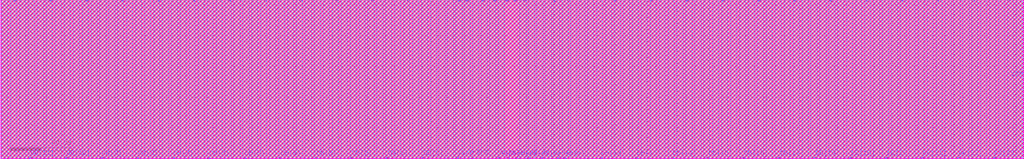
<source format=lef>
#     Copyright (c) 2022 SMIC                                                       
#     Filename:      RAM128.lef                                                   
#     IP code:       S018RF2P                                                         
#     Version:       0.2.b                                                        
#     CreateDate:    Mon Oct 31 21:44:19 CST 2022                                                     
                    
#    LEF for 2-PORT Register File                                                               
#    SMIC 0.18um G Logic Process                                                       
#    Configuration: -instname RAM128 -rows 32 -bits 24 -mux 4  



# DISCLAIMER                                                                           #
#                                                                                      #  
#   SMIC hereby provides the quality information to you but makes no claims,           #
# promises or guarantees about the accuracy, completeness, or adequacy of the          #
# information herein. The information contained herein is provided on an "AS IS"       #
# basis without any warranty, and SMIC assumes no obligation to provide support        #
# of any kind or otherwise maintain the information.                                   #  
#   SMIC disclaims any representation that the information does not infringe any       #
# intellectual property rights or proprietary rights of any third parties. SMIC        #
# makes no other warranty, whether express, implied or statutory as to any             #
# matter whatsoever, including but not limited to the accuracy or sufficiency of       #
# any information or the merchantability and fitness for a particular purpose.         #
# Neither SMIC nor any of its representatives shall be liable for any cause of         #
# action incurred to connect to this service.                                          #  
#                                                                                      #
# STATEMENT OF USE AND CONFIDENTIALITY                                                 #  
#                                                                                      #  
#   The following/attached material contains confidential and proprietary              #  
# information of SMIC. This material is based upon information which SMIC              #  
# considers reliable, but SMIC neither represents nor warrants that such               #
# information is accurate or complete, and it must not be relied upon as such.         #
# This information was prepared for informational purposes and is for the use          #
# by SMIC's customer only. SMIC reserves the right to make changes in the              #  
# information at any time without notice.                                              #  
#   No part of this information may be reproduced, transmitted, transcribed,           #  
# stored in a retrieval system, or translated into any human or computer               # 
# language, in any form or by any means, electronic, mechanical, magnetic,             #  
# optical, chemical, manual, or otherwise, without the prior written consent of        #
# SMIC. Any unauthorized use or disclosure of this material is strictly                #  
# prohibited and may be unlawful. By accepting this material, the receiving            #  
# party shall be deemed to have acknowledged, accepted, and agreed to be bound         #
# by the foregoing limitations and restrictions. Thank you.                            #  
#                                                                                      #  


MACRO RAM128
CLASS BLOCK ;
ORIGIN 0 0 ;
SIZE 665.14 BY 103.4 ;
SYMMETRY X Y R90 ;

PIN QA[11]
DIRECTION OUTPUT ;
USE SIGNAL ;
PORT
LAYER METAL1 ;
RECT 8.905 102.76 9.975 103.4 ;
LAYER METAL2 ;
RECT 8.905 102.76 9.975 103.4 ;
LAYER METAL3 ;
RECT 8.905 102.76 9.975 103.4 ;
END
ANTENNAGATEAREA 0.079 ;
ANTENNADIFFAREA 0.3738 ;
END QA[11]

PIN DB[11]
DIRECTION INPUT ;
USE SIGNAL ;
PORT
LAYER METAL1 ;
RECT 18.725 0.0 19.795 0.64 ;
LAYER METAL2 ;
RECT 18.725 0.0 19.795 0.64 ;
LAYER METAL3 ;
RECT 18.725 0.0 19.795 0.64 ;
END
ANTENNAGATEAREA 0.079 ;
ANTENNADIFFAREA 0.3738 ;
END DB[11]

PIN QA[10]
DIRECTION OUTPUT ;
USE SIGNAL ;
PORT
LAYER METAL1 ;
RECT 32.145 102.76 33.215 103.4 ;
LAYER METAL2 ;
RECT 32.145 102.76 33.215 103.4 ;
LAYER METAL3 ;
RECT 32.145 102.76 33.215 103.4 ;
END
ANTENNAGATEAREA 0.079 ;
ANTENNADIFFAREA 0.3738 ;
END QA[10]

PIN DB[10]
DIRECTION INPUT ;
USE SIGNAL ;
PORT
LAYER METAL1 ;
RECT 41.965 0.0 43.035 0.64 ;
LAYER METAL2 ;
RECT 41.965 0.0 43.035 0.64 ;
LAYER METAL3 ;
RECT 41.965 0.0 43.035 0.64 ;
END
ANTENNAGATEAREA 0.079 ;
ANTENNADIFFAREA 0.3738 ;
END DB[10]

PIN QA[9]
DIRECTION OUTPUT ;
USE SIGNAL ;
PORT
LAYER METAL1 ;
RECT 55.385 102.76 56.455 103.4 ;
LAYER METAL2 ;
RECT 55.385 102.76 56.455 103.4 ;
LAYER METAL3 ;
RECT 55.385 102.76 56.455 103.4 ;
END
ANTENNAGATEAREA 0.079 ;
ANTENNADIFFAREA 0.3738 ;
END QA[9]

PIN DB[9]
DIRECTION INPUT ;
USE SIGNAL ;
PORT
LAYER METAL1 ;
RECT 65.205 0.0 66.275 0.64 ;
LAYER METAL2 ;
RECT 65.205 0.0 66.275 0.64 ;
LAYER METAL3 ;
RECT 65.205 0.0 66.275 0.64 ;
END
ANTENNAGATEAREA 0.079 ;
ANTENNADIFFAREA 0.3738 ;
END DB[9]

PIN QA[8]
DIRECTION OUTPUT ;
USE SIGNAL ;
PORT
LAYER METAL1 ;
RECT 78.625 102.76 79.695 103.4 ;
LAYER METAL2 ;
RECT 78.625 102.76 79.695 103.4 ;
LAYER METAL3 ;
RECT 78.625 102.76 79.695 103.4 ;
END
ANTENNAGATEAREA 0.079 ;
ANTENNADIFFAREA 0.3738 ;
END QA[8]

PIN DB[8]
DIRECTION INPUT ;
USE SIGNAL ;
PORT
LAYER METAL1 ;
RECT 88.445 0.0 89.515 0.64 ;
LAYER METAL2 ;
RECT 88.445 0.0 89.515 0.64 ;
LAYER METAL3 ;
RECT 88.445 0.0 89.515 0.64 ;
END
ANTENNAGATEAREA 0.079 ;
ANTENNADIFFAREA 0.3738 ;
END DB[8]

PIN QA[7]
DIRECTION OUTPUT ;
USE SIGNAL ;
PORT
LAYER METAL1 ;
RECT 101.865 102.76 102.935 103.4 ;
LAYER METAL2 ;
RECT 101.865 102.76 102.935 103.4 ;
LAYER METAL3 ;
RECT 101.865 102.76 102.935 103.4 ;
END
ANTENNAGATEAREA 0.079 ;
ANTENNADIFFAREA 0.3738 ;
END QA[7]

PIN DB[7]
DIRECTION INPUT ;
USE SIGNAL ;
PORT
LAYER METAL1 ;
RECT 111.685 0.0 112.755 0.64 ;
LAYER METAL2 ;
RECT 111.685 0.0 112.755 0.64 ;
LAYER METAL3 ;
RECT 111.685 0.0 112.755 0.64 ;
END
ANTENNAGATEAREA 0.079 ;
ANTENNADIFFAREA 0.3738 ;
END DB[7]

PIN QA[6]
DIRECTION OUTPUT ;
USE SIGNAL ;
PORT
LAYER METAL1 ;
RECT 125.105 102.76 126.175 103.4 ;
LAYER METAL2 ;
RECT 125.105 102.76 126.175 103.4 ;
LAYER METAL3 ;
RECT 125.105 102.76 126.175 103.4 ;
END
ANTENNAGATEAREA 0.079 ;
ANTENNADIFFAREA 0.3738 ;
END QA[6]

PIN DB[6]
DIRECTION INPUT ;
USE SIGNAL ;
PORT
LAYER METAL1 ;
RECT 134.925 0.0 135.995 0.64 ;
LAYER METAL2 ;
RECT 134.925 0.0 135.995 0.64 ;
LAYER METAL3 ;
RECT 134.925 0.0 135.995 0.64 ;
END
ANTENNAGATEAREA 0.079 ;
ANTENNADIFFAREA 0.3738 ;
END DB[6]

PIN QA[5]
DIRECTION OUTPUT ;
USE SIGNAL ;
PORT
LAYER METAL1 ;
RECT 148.345 102.76 149.415 103.4 ;
LAYER METAL2 ;
RECT 148.345 102.76 149.415 103.4 ;
LAYER METAL3 ;
RECT 148.345 102.76 149.415 103.4 ;
END
ANTENNAGATEAREA 0.079 ;
ANTENNADIFFAREA 0.3738 ;
END QA[5]

PIN DB[5]
DIRECTION INPUT ;
USE SIGNAL ;
PORT
LAYER METAL1 ;
RECT 158.165 0.0 159.235 0.64 ;
LAYER METAL2 ;
RECT 158.165 0.0 159.235 0.64 ;
LAYER METAL3 ;
RECT 158.165 0.0 159.235 0.64 ;
END
ANTENNAGATEAREA 0.079 ;
ANTENNADIFFAREA 0.3738 ;
END DB[5]

PIN QA[4]
DIRECTION OUTPUT ;
USE SIGNAL ;
PORT
LAYER METAL1 ;
RECT 171.585 102.76 172.655 103.4 ;
LAYER METAL2 ;
RECT 171.585 102.76 172.655 103.4 ;
LAYER METAL3 ;
RECT 171.585 102.76 172.655 103.4 ;
END
ANTENNAGATEAREA 0.079 ;
ANTENNADIFFAREA 0.3738 ;
END QA[4]

PIN DB[4]
DIRECTION INPUT ;
USE SIGNAL ;
PORT
LAYER METAL1 ;
RECT 181.405 0.0 182.475 0.64 ;
LAYER METAL2 ;
RECT 181.405 0.0 182.475 0.64 ;
LAYER METAL3 ;
RECT 181.405 0.0 182.475 0.64 ;
END
ANTENNAGATEAREA 0.079 ;
ANTENNADIFFAREA 0.3738 ;
END DB[4]

PIN QA[3]
DIRECTION OUTPUT ;
USE SIGNAL ;
PORT
LAYER METAL1 ;
RECT 194.825 102.76 195.895 103.4 ;
LAYER METAL2 ;
RECT 194.825 102.76 195.895 103.4 ;
LAYER METAL3 ;
RECT 194.825 102.76 195.895 103.4 ;
END
ANTENNAGATEAREA 0.079 ;
ANTENNADIFFAREA 0.3738 ;
END QA[3]

PIN DB[3]
DIRECTION INPUT ;
USE SIGNAL ;
PORT
LAYER METAL1 ;
RECT 204.645 0.0 205.715 0.64 ;
LAYER METAL2 ;
RECT 204.645 0.0 205.715 0.64 ;
LAYER METAL3 ;
RECT 204.645 0.0 205.715 0.64 ;
END
ANTENNAGATEAREA 0.079 ;
ANTENNADIFFAREA 0.3738 ;
END DB[3]

PIN QA[2]
DIRECTION OUTPUT ;
USE SIGNAL ;
PORT
LAYER METAL1 ;
RECT 218.065 102.76 219.135 103.4 ;
LAYER METAL2 ;
RECT 218.065 102.76 219.135 103.4 ;
LAYER METAL3 ;
RECT 218.065 102.76 219.135 103.4 ;
END
ANTENNAGATEAREA 0.079 ;
ANTENNADIFFAREA 0.3738 ;
END QA[2]

PIN DB[2]
DIRECTION INPUT ;
USE SIGNAL ;
PORT
LAYER METAL1 ;
RECT 227.885 0.0 228.955 0.64 ;
LAYER METAL2 ;
RECT 227.885 0.0 228.955 0.64 ;
LAYER METAL3 ;
RECT 227.885 0.0 228.955 0.64 ;
END
ANTENNAGATEAREA 0.079 ;
ANTENNADIFFAREA 0.3738 ;
END DB[2]

PIN QA[1]
DIRECTION OUTPUT ;
USE SIGNAL ;
PORT
LAYER METAL1 ;
RECT 241.305 102.76 242.375 103.4 ;
LAYER METAL2 ;
RECT 241.305 102.76 242.375 103.4 ;
LAYER METAL3 ;
RECT 241.305 102.76 242.375 103.4 ;
END
ANTENNAGATEAREA 0.079 ;
ANTENNADIFFAREA 0.3738 ;
END QA[1]

PIN DB[1]
DIRECTION INPUT ;
USE SIGNAL ;
PORT
LAYER METAL1 ;
RECT 251.125 0.0 252.195 0.64 ;
LAYER METAL2 ;
RECT 251.125 0.0 252.195 0.64 ;
LAYER METAL3 ;
RECT 251.125 0.0 252.195 0.64 ;
END
ANTENNAGATEAREA 0.079 ;
ANTENNADIFFAREA 0.3738 ;
END DB[1]

PIN QA[0]
DIRECTION OUTPUT ;
USE SIGNAL ;
PORT
LAYER METAL1 ;
RECT 264.545 102.76 265.615 103.4 ;
LAYER METAL2 ;
RECT 264.545 102.76 265.615 103.4 ;
LAYER METAL3 ;
RECT 264.545 102.76 265.615 103.4 ;
END
ANTENNAGATEAREA 0.079 ;
ANTENNADIFFAREA 0.3738 ;
END QA[0]

PIN DB[0]
DIRECTION INPUT ;
USE SIGNAL ;
PORT
LAYER METAL1 ;
RECT 274.365 0.0 275.435 0.64 ;
LAYER METAL2 ;
RECT 274.365 0.0 275.435 0.64 ;
LAYER METAL3 ;
RECT 274.365 0.0 275.435 0.64 ;
END
ANTENNAGATEAREA 0.079 ;
ANTENNADIFFAREA 0.3738 ;
END DB[0]

PIN CLKB
DIRECTION INPUT ;
USE CLOCK ;
PORT
LAYER METAL1 ;
RECT 297.105 0.0 297.605 1.07 ;
LAYER METAL2 ;
RECT 297.105 0.0 297.605 1.07 ;
LAYER METAL3 ;
RECT 297.105 0.0 297.605 1.07 ;
END
ANTENNAGATEAREA 0.079 ;
ANTENNADIFFAREA 0.3738 ;
END CLKB

PIN AA[0]
DIRECTION INPUT ;
USE SIGNAL ;
PORT
LAYER METAL1 ;
RECT 297.655 102.76 298.905 103.4 ;
LAYER METAL2 ;
RECT 297.655 102.76 298.905 103.4 ;
LAYER METAL3 ;
RECT 297.655 102.76 298.905 103.4 ;
END
ANTENNAGATEAREA 0.079 ;
ANTENNADIFFAREA 0.3738 ;
END AA[0]

PIN AA[1]
DIRECTION INPUT ;
USE SIGNAL ;
PORT
LAYER METAL1 ;
RECT 302.505 102.76 303.755 103.4 ;
LAYER METAL2 ;
RECT 302.505 102.76 303.755 103.4 ;
LAYER METAL3 ;
RECT 302.505 102.76 303.755 103.4 ;
END
ANTENNAGATEAREA 0.079 ;
ANTENNADIFFAREA 0.3738 ;
END AA[1]

PIN CENB
DIRECTION INPUT ;
USE SIGNAL ;
PORT
LAYER METAL1 ;
RECT 306.72 0.0 307.22 1.07 ;
LAYER METAL2 ;
RECT 306.72 0.0 307.22 1.07 ;
LAYER METAL3 ;
RECT 306.72 0.0 307.22 1.07 ;
END
ANTENNAGATEAREA 0.079 ;
ANTENNADIFFAREA 0.3738 ;
END CENB

PIN AA[4]
DIRECTION INPUT ;
USE SIGNAL ;
PORT
LAYER METAL1 ;
RECT 312.875 102.76 314.525 103.4 ;
LAYER METAL2 ;
RECT 312.875 102.76 314.125 103.4 ;
LAYER METAL3 ;
RECT 312.875 102.76 314.125 103.4 ;
END
ANTENNAGATEAREA 0.079 ;
ANTENNADIFFAREA 0.3738 ;
END AA[4]

PIN AA[3]
DIRECTION INPUT ;
USE SIGNAL ;
PORT
LAYER METAL1 ;
RECT 320.815 102.76 322.465 103.4 ;
LAYER METAL2 ;
RECT 320.815 102.76 322.065 103.4 ;
LAYER METAL3 ;
RECT 320.815 102.76 322.065 103.4 ;
END
ANTENNAGATEAREA 0.079 ;
ANTENNADIFFAREA 0.3738 ;
END AA[3]

PIN AB[6]
DIRECTION INPUT ;
USE SIGNAL ;
PORT
LAYER METAL1 ;
RECT 323.45 0.0 325.015 0.64 ;
LAYER METAL2 ;
RECT 323.765 0.0 325.015 0.64 ;
LAYER METAL3 ;
RECT 323.765 0.0 325.015 0.64 ;
END
ANTENNAGATEAREA 0.079 ;
ANTENNADIFFAREA 0.3738 ;
END AB[6]

PIN AA[2]
DIRECTION INPUT ;
USE SIGNAL ;
PORT
LAYER METAL1 ;
RECT 328.755 102.76 330.405 103.4 ;
LAYER METAL2 ;
RECT 328.755 102.76 330.005 103.4 ;
LAYER METAL3 ;
RECT 328.755 102.76 330.005 103.4 ;
END
ANTENNAGATEAREA 0.079 ;
ANTENNADIFFAREA 0.3738 ;
END AA[2]

PIN AB[5]
DIRECTION INPUT ;
USE SIGNAL ;
PORT
LAYER METAL1 ;
RECT 329.21 0.0 330.775 0.64 ;
LAYER METAL2 ;
RECT 329.525 0.0 330.775 0.64 ;
LAYER METAL3 ;
RECT 329.525 0.0 330.775 0.64 ;
END
ANTENNAGATEAREA 0.079 ;
ANTENNADIFFAREA 0.3738 ;
END AB[5]

PIN AA[5]
DIRECTION INPUT ;
USE SIGNAL ;
PORT
LAYER METAL1 ;
RECT 334.365 102.76 335.93 103.4 ;
LAYER METAL2 ;
RECT 334.365 102.76 335.615 103.4 ;
LAYER METAL3 ;
RECT 334.365 102.76 335.615 103.4 ;
END
ANTENNAGATEAREA 0.079 ;
ANTENNADIFFAREA 0.3738 ;
END AA[5]

PIN AB[2]
DIRECTION INPUT ;
USE SIGNAL ;
PORT
LAYER METAL1 ;
RECT 334.735 0.0 336.385 0.64 ;
LAYER METAL2 ;
RECT 335.135 0.0 336.385 0.64 ;
LAYER METAL3 ;
RECT 335.135 0.0 336.385 0.64 ;
END
ANTENNAGATEAREA 0.079 ;
ANTENNADIFFAREA 0.3738 ;
END AB[2]

PIN AA[6]
DIRECTION INPUT ;
USE SIGNAL ;
PORT
LAYER METAL1 ;
RECT 340.125 102.76 341.69 103.4 ;
LAYER METAL2 ;
RECT 340.125 102.76 341.375 103.4 ;
LAYER METAL3 ;
RECT 340.125 102.76 341.375 103.4 ;
END
ANTENNAGATEAREA 0.079 ;
ANTENNADIFFAREA 0.3738 ;
END AA[6]

PIN AB[3]
DIRECTION INPUT ;
USE SIGNAL ;
PORT
LAYER METAL1 ;
RECT 342.675 0.0 344.325 0.64 ;
LAYER METAL2 ;
RECT 343.075 0.0 344.325 0.64 ;
LAYER METAL3 ;
RECT 343.075 0.0 344.325 0.64 ;
END
ANTENNAGATEAREA 0.079 ;
ANTENNADIFFAREA 0.3738 ;
END AB[3]

PIN AB[4]
DIRECTION INPUT ;
USE SIGNAL ;
PORT
LAYER METAL1 ;
RECT 350.615 0.0 352.265 0.64 ;
LAYER METAL2 ;
RECT 351.015 0.0 352.265 0.64 ;
LAYER METAL3 ;
RECT 351.015 0.0 352.265 0.64 ;
END
ANTENNAGATEAREA 0.079 ;
ANTENNADIFFAREA 0.3738 ;
END AB[4]

PIN CENA
DIRECTION INPUT ;
USE SIGNAL ;
PORT
LAYER METAL1 ;
RECT 359.765 102.33 360.265 103.4 ;
LAYER METAL2 ;
RECT 359.765 102.33 360.265 103.4 ;
LAYER METAL3 ;
RECT 359.765 102.33 360.265 103.4 ;
END
ANTENNAGATEAREA 0.079 ;
ANTENNADIFFAREA 0.3738 ;
END CENA

PIN AB[1]
DIRECTION INPUT ;
USE SIGNAL ;
PORT
LAYER METAL1 ;
RECT 361.385 0.0 362.635 0.64 ;
LAYER METAL2 ;
RECT 361.385 0.0 362.635 0.64 ;
LAYER METAL3 ;
RECT 361.385 0.0 362.635 0.64 ;
END
ANTENNAGATEAREA 0.079 ;
ANTENNADIFFAREA 0.3738 ;
END AB[1]

PIN AB[0]
DIRECTION INPUT ;
USE SIGNAL ;
PORT
LAYER METAL1 ;
RECT 366.235 0.0 367.485 0.64 ;
LAYER METAL2 ;
RECT 366.235 0.0 367.485 0.64 ;
LAYER METAL3 ;
RECT 366.235 0.0 367.485 0.64 ;
END
ANTENNAGATEAREA 0.079 ;
ANTENNADIFFAREA 0.3738 ;
END AB[0]

PIN CLKA
DIRECTION INPUT ;
USE CLOCK ;
PORT
LAYER METAL1 ;
RECT 369.17 102.33 369.67 103.4 ;
LAYER METAL2 ;
RECT 369.17 102.33 369.67 103.4 ;
LAYER METAL3 ;
RECT 369.17 102.33 369.67 103.4 ;
END
ANTENNAGATEAREA 0.079 ;
ANTENNADIFFAREA 0.3738 ;
END CLKA

PIN DB[12]
DIRECTION INPUT ;
USE SIGNAL ;
PORT
LAYER METAL1 ;
RECT 389.705 0.0 390.775 0.64 ;
LAYER METAL2 ;
RECT 389.705 0.0 390.775 0.64 ;
LAYER METAL3 ;
RECT 389.705 0.0 390.775 0.64 ;
END
ANTENNAGATEAREA 0.079 ;
ANTENNADIFFAREA 0.3738 ;
END DB[12]

PIN QA[12]
DIRECTION OUTPUT ;
USE SIGNAL ;
PORT
LAYER METAL1 ;
RECT 399.525 102.76 400.595 103.4 ;
LAYER METAL2 ;
RECT 399.525 102.76 400.595 103.4 ;
LAYER METAL3 ;
RECT 399.525 102.76 400.595 103.4 ;
END
ANTENNAGATEAREA 0.079 ;
ANTENNADIFFAREA 0.3738 ;
END QA[12]

PIN DB[13]
DIRECTION INPUT ;
USE SIGNAL ;
PORT
LAYER METAL1 ;
RECT 412.945 0.0 414.015 0.64 ;
LAYER METAL2 ;
RECT 412.945 0.0 414.015 0.64 ;
LAYER METAL3 ;
RECT 412.945 0.0 414.015 0.64 ;
END
ANTENNAGATEAREA 0.079 ;
ANTENNADIFFAREA 0.3738 ;
END DB[13]

PIN QA[13]
DIRECTION OUTPUT ;
USE SIGNAL ;
PORT
LAYER METAL1 ;
RECT 422.765 102.76 423.835 103.4 ;
LAYER METAL2 ;
RECT 422.765 102.76 423.835 103.4 ;
LAYER METAL3 ;
RECT 422.765 102.76 423.835 103.4 ;
END
ANTENNAGATEAREA 0.079 ;
ANTENNADIFFAREA 0.3738 ;
END QA[13]

PIN DB[14]
DIRECTION INPUT ;
USE SIGNAL ;
PORT
LAYER METAL1 ;
RECT 436.185 0.0 437.255 0.64 ;
LAYER METAL2 ;
RECT 436.185 0.0 437.255 0.64 ;
LAYER METAL3 ;
RECT 436.185 0.0 437.255 0.64 ;
END
ANTENNAGATEAREA 0.079 ;
ANTENNADIFFAREA 0.3738 ;
END DB[14]

PIN QA[14]
DIRECTION OUTPUT ;
USE SIGNAL ;
PORT
LAYER METAL1 ;
RECT 446.005 102.76 447.075 103.4 ;
LAYER METAL2 ;
RECT 446.005 102.76 447.075 103.4 ;
LAYER METAL3 ;
RECT 446.005 102.76 447.075 103.4 ;
END
ANTENNAGATEAREA 0.079 ;
ANTENNADIFFAREA 0.3738 ;
END QA[14]

PIN DB[15]
DIRECTION INPUT ;
USE SIGNAL ;
PORT
LAYER METAL1 ;
RECT 459.425 0.0 460.495 0.64 ;
LAYER METAL2 ;
RECT 459.425 0.0 460.495 0.64 ;
LAYER METAL3 ;
RECT 459.425 0.0 460.495 0.64 ;
END
ANTENNAGATEAREA 0.079 ;
ANTENNADIFFAREA 0.3738 ;
END DB[15]

PIN QA[15]
DIRECTION OUTPUT ;
USE SIGNAL ;
PORT
LAYER METAL1 ;
RECT 469.245 102.76 470.315 103.4 ;
LAYER METAL2 ;
RECT 469.245 102.76 470.315 103.4 ;
LAYER METAL3 ;
RECT 469.245 102.76 470.315 103.4 ;
END
ANTENNAGATEAREA 0.079 ;
ANTENNADIFFAREA 0.3738 ;
END QA[15]

PIN DB[16]
DIRECTION INPUT ;
USE SIGNAL ;
PORT
LAYER METAL1 ;
RECT 482.665 0.0 483.735 0.64 ;
LAYER METAL2 ;
RECT 482.665 0.0 483.735 0.64 ;
LAYER METAL3 ;
RECT 482.665 0.0 483.735 0.64 ;
END
ANTENNAGATEAREA 0.079 ;
ANTENNADIFFAREA 0.3738 ;
END DB[16]

PIN QA[16]
DIRECTION OUTPUT ;
USE SIGNAL ;
PORT
LAYER METAL1 ;
RECT 492.485 102.76 493.555 103.4 ;
LAYER METAL2 ;
RECT 492.485 102.76 493.555 103.4 ;
LAYER METAL3 ;
RECT 492.485 102.76 493.555 103.4 ;
END
ANTENNAGATEAREA 0.079 ;
ANTENNADIFFAREA 0.3738 ;
END QA[16]

PIN DB[17]
DIRECTION INPUT ;
USE SIGNAL ;
PORT
LAYER METAL1 ;
RECT 505.905 0.0 506.975 0.64 ;
LAYER METAL2 ;
RECT 505.905 0.0 506.975 0.64 ;
LAYER METAL3 ;
RECT 505.905 0.0 506.975 0.64 ;
END
ANTENNAGATEAREA 0.079 ;
ANTENNADIFFAREA 0.3738 ;
END DB[17]

PIN QA[17]
DIRECTION OUTPUT ;
USE SIGNAL ;
PORT
LAYER METAL1 ;
RECT 515.725 102.76 516.795 103.4 ;
LAYER METAL2 ;
RECT 515.725 102.76 516.795 103.4 ;
LAYER METAL3 ;
RECT 515.725 102.76 516.795 103.4 ;
END
ANTENNAGATEAREA 0.079 ;
ANTENNADIFFAREA 0.3738 ;
END QA[17]

PIN DB[18]
DIRECTION INPUT ;
USE SIGNAL ;
PORT
LAYER METAL1 ;
RECT 529.145 0.0 530.215 0.64 ;
LAYER METAL2 ;
RECT 529.145 0.0 530.215 0.64 ;
LAYER METAL3 ;
RECT 529.145 0.0 530.215 0.64 ;
END
ANTENNAGATEAREA 0.079 ;
ANTENNADIFFAREA 0.3738 ;
END DB[18]

PIN QA[18]
DIRECTION OUTPUT ;
USE SIGNAL ;
PORT
LAYER METAL1 ;
RECT 538.965 102.76 540.035 103.4 ;
LAYER METAL2 ;
RECT 538.965 102.76 540.035 103.4 ;
LAYER METAL3 ;
RECT 538.965 102.76 540.035 103.4 ;
END
ANTENNAGATEAREA 0.079 ;
ANTENNADIFFAREA 0.3738 ;
END QA[18]

PIN DB[19]
DIRECTION INPUT ;
USE SIGNAL ;
PORT
LAYER METAL1 ;
RECT 552.385 0.0 553.455 0.64 ;
LAYER METAL2 ;
RECT 552.385 0.0 553.455 0.64 ;
LAYER METAL3 ;
RECT 552.385 0.0 553.455 0.64 ;
END
ANTENNAGATEAREA 0.079 ;
ANTENNADIFFAREA 0.3738 ;
END DB[19]

PIN QA[19]
DIRECTION OUTPUT ;
USE SIGNAL ;
PORT
LAYER METAL1 ;
RECT 562.205 102.76 563.275 103.4 ;
LAYER METAL2 ;
RECT 562.205 102.76 563.275 103.4 ;
LAYER METAL3 ;
RECT 562.205 102.76 563.275 103.4 ;
END
ANTENNAGATEAREA 0.079 ;
ANTENNADIFFAREA 0.3738 ;
END QA[19]

PIN DB[20]
DIRECTION INPUT ;
USE SIGNAL ;
PORT
LAYER METAL1 ;
RECT 575.625 0.0 576.695 0.64 ;
LAYER METAL2 ;
RECT 575.625 0.0 576.695 0.64 ;
LAYER METAL3 ;
RECT 575.625 0.0 576.695 0.64 ;
END
ANTENNAGATEAREA 0.079 ;
ANTENNADIFFAREA 0.3738 ;
END DB[20]

PIN QA[20]
DIRECTION OUTPUT ;
USE SIGNAL ;
PORT
LAYER METAL1 ;
RECT 585.445 102.76 586.515 103.4 ;
LAYER METAL2 ;
RECT 585.445 102.76 586.515 103.4 ;
LAYER METAL3 ;
RECT 585.445 102.76 586.515 103.4 ;
END
ANTENNAGATEAREA 0.079 ;
ANTENNADIFFAREA 0.3738 ;
END QA[20]

PIN DB[21]
DIRECTION INPUT ;
USE SIGNAL ;
PORT
LAYER METAL1 ;
RECT 598.865 0.0 599.935 0.64 ;
LAYER METAL2 ;
RECT 598.865 0.0 599.935 0.64 ;
LAYER METAL3 ;
RECT 598.865 0.0 599.935 0.64 ;
END
ANTENNAGATEAREA 0.079 ;
ANTENNADIFFAREA 0.3738 ;
END DB[21]

PIN QA[21]
DIRECTION OUTPUT ;
USE SIGNAL ;
PORT
LAYER METAL1 ;
RECT 608.685 102.76 609.755 103.4 ;
LAYER METAL2 ;
RECT 608.685 102.76 609.755 103.4 ;
LAYER METAL3 ;
RECT 608.685 102.76 609.755 103.4 ;
END
ANTENNAGATEAREA 0.079 ;
ANTENNADIFFAREA 0.3738 ;
END QA[21]

PIN DB[22]
DIRECTION INPUT ;
USE SIGNAL ;
PORT
LAYER METAL1 ;
RECT 622.105 0.0 623.175 0.64 ;
LAYER METAL2 ;
RECT 622.105 0.0 623.175 0.64 ;
LAYER METAL3 ;
RECT 622.105 0.0 623.175 0.64 ;
END
ANTENNAGATEAREA 0.079 ;
ANTENNADIFFAREA 0.3738 ;
END DB[22]

PIN QA[22]
DIRECTION OUTPUT ;
USE SIGNAL ;
PORT
LAYER METAL1 ;
RECT 631.925 102.76 632.995 103.4 ;
LAYER METAL2 ;
RECT 631.925 102.76 632.995 103.4 ;
LAYER METAL3 ;
RECT 631.925 102.76 632.995 103.4 ;
END
ANTENNAGATEAREA 0.079 ;
ANTENNADIFFAREA 0.3738 ;
END QA[22]

PIN DB[23]
DIRECTION INPUT ;
USE SIGNAL ;
PORT
LAYER METAL1 ;
RECT 645.345 0.0 646.415 0.64 ;
LAYER METAL2 ;
RECT 645.345 0.0 646.415 0.64 ;
LAYER METAL3 ;
RECT 645.345 0.0 646.415 0.64 ;
END
ANTENNAGATEAREA 0.079 ;
ANTENNADIFFAREA 0.3738 ;
END DB[23]

PIN QA[23]
DIRECTION OUTPUT ;
USE SIGNAL ;
PORT
LAYER METAL1 ;
RECT 655.165 102.76 656.235 103.4 ;
LAYER METAL2 ;
RECT 655.165 102.76 656.235 103.4 ;
LAYER METAL3 ;
RECT 655.165 102.76 656.235 103.4 ;
END
ANTENNAGATEAREA 0.079 ;
ANTENNADIFFAREA 0.3738 ;
END QA[23]

PIN VSS
DIRECTION INOUT ;
USE GROUND ;
PORT
LAYER METAL4 ;
RECT 279.475 0.0 283.475 103.4 ;
LAYER METAL4 ;
RECT 290.475 0.0 294.475 103.4 ;
LAYER METAL4 ;
RECT 301.475 0.0 305.475 103.4 ;
LAYER METAL4 ;
RECT 312.475 0.0 316.475 103.4 ;
LAYER METAL4 ;
RECT 323.475 0.0 327.475 103.4 ;
LAYER METAL4 ;
RECT 337.665 0.0 341.665 103.4 ;
LAYER METAL4 ;
RECT 348.665 0.0 352.665 103.4 ;
LAYER METAL4 ;
RECT 359.665 0.0 363.665 103.4 ;
LAYER METAL4 ;
RECT 370.665 0.0 374.665 103.4 ;
LAYER METAL4 ;
RECT 381.665 0.0 385.665 103.4 ;
LAYER METAL4 ;
RECT 267.855 0.0 271.855 103.4 ;
LAYER METAL4 ;
RECT 256.235 0.0 260.235 103.4 ;
LAYER METAL4 ;
RECT 244.615 0.0 248.615 103.4 ;
LAYER METAL4 ;
RECT 232.995 0.0 236.995 103.4 ;
LAYER METAL4 ;
RECT 221.375 0.0 225.375 103.4 ;
LAYER METAL4 ;
RECT 209.755 0.0 213.755 103.4 ;
LAYER METAL4 ;
RECT 198.135 0.0 202.135 103.4 ;
LAYER METAL4 ;
RECT 186.515 0.0 190.515 103.4 ;
LAYER METAL4 ;
RECT 174.895 0.0 178.895 103.4 ;
LAYER METAL4 ;
RECT 163.275 0.0 167.275 103.4 ;
LAYER METAL4 ;
RECT 151.655 0.0 155.655 103.4 ;
LAYER METAL4 ;
RECT 140.035 0.0 144.035 103.4 ;
LAYER METAL4 ;
RECT 128.415 0.0 132.415 103.4 ;
LAYER METAL4 ;
RECT 116.795 0.0 120.795 103.4 ;
LAYER METAL4 ;
RECT 105.175 0.0 109.175 103.4 ;
LAYER METAL4 ;
RECT 93.555 0.0 97.555 103.4 ;
LAYER METAL4 ;
RECT 81.935 0.0 85.935 103.4 ;
LAYER METAL4 ;
RECT 70.315 0.0 74.315 103.4 ;
LAYER METAL4 ;
RECT 58.695 0.0 62.695 103.4 ;
LAYER METAL4 ;
RECT 47.075 0.0 51.075 103.4 ;
LAYER METAL4 ;
RECT 35.455 0.0 39.455 103.4 ;
LAYER METAL4 ;
RECT 23.835 0.0 27.835 103.4 ;
LAYER METAL4 ;
RECT 12.215 0.0 16.215 103.4 ;
LAYER METAL4 ;
RECT 0.595 0.0 4.595 103.4 ;
LAYER METAL4 ;
RECT 393.285 0.0 397.285 103.4 ;
LAYER METAL4 ;
RECT 404.905 0.0 408.905 103.4 ;
LAYER METAL4 ;
RECT 416.525 0.0 420.525 103.4 ;
LAYER METAL4 ;
RECT 428.145 0.0 432.145 103.4 ;
LAYER METAL4 ;
RECT 439.765 0.0 443.765 103.4 ;
LAYER METAL4 ;
RECT 451.385 0.0 455.385 103.4 ;
LAYER METAL4 ;
RECT 463.005 0.0 467.005 103.4 ;
LAYER METAL4 ;
RECT 474.625 0.0 478.625 103.4 ;
LAYER METAL4 ;
RECT 486.245 0.0 490.245 103.4 ;
LAYER METAL4 ;
RECT 497.865 0.0 501.865 103.4 ;
LAYER METAL4 ;
RECT 509.485 0.0 513.485 103.4 ;
LAYER METAL4 ;
RECT 521.105 0.0 525.105 103.4 ;
LAYER METAL4 ;
RECT 532.725 0.0 536.725 103.4 ;
LAYER METAL4 ;
RECT 544.345 0.0 548.345 103.4 ;
LAYER METAL4 ;
RECT 555.965 0.0 559.965 103.4 ;
LAYER METAL4 ;
RECT 567.585 0.0 571.585 103.4 ;
LAYER METAL4 ;
RECT 579.205 0.0 583.205 103.4 ;
LAYER METAL4 ;
RECT 590.825 0.0 594.825 103.4 ;
LAYER METAL4 ;
RECT 602.445 0.0 606.445 103.4 ;
LAYER METAL4 ;
RECT 614.065 0.0 618.065 103.4 ;
LAYER METAL4 ;
RECT 625.685 0.0 629.685 103.4 ;
LAYER METAL4 ;
RECT 637.305 0.0 641.305 103.4 ;
LAYER METAL4 ;
RECT 648.925 0.0 652.925 103.4 ;
LAYER METAL4 ;
RECT 660.545 0.0 664.545 103.4 ;
END
END VSS

PIN VDD
DIRECTION INOUT ;
USE POWER ;
PORT
LAYER METAL4 ;
RECT 284.975 0.0 288.975 103.4 ;
LAYER METAL4 ;
RECT 295.975 0.0 299.975 103.4 ;
LAYER METAL4 ;
RECT 306.975 0.0 310.975 103.4 ;
LAYER METAL4 ;
RECT 317.975 0.0 321.975 103.4 ;
LAYER METAL4 ;
RECT 343.165 0.0 347.165 103.4 ;
LAYER METAL4 ;
RECT 354.165 0.0 358.165 103.4 ;
LAYER METAL4 ;
RECT 365.165 0.0 369.165 103.4 ;
LAYER METAL4 ;
RECT 376.165 0.0 380.165 103.4 ;
LAYER METAL4 ;
RECT 273.665 0.0 277.665 103.4 ;
LAYER METAL4 ;
RECT 262.045 0.0 266.045 103.4 ;
LAYER METAL4 ;
RECT 250.425 0.0 254.425 103.4 ;
LAYER METAL4 ;
RECT 238.805 0.0 242.805 103.4 ;
LAYER METAL4 ;
RECT 227.185 0.0 231.185 103.4 ;
LAYER METAL4 ;
RECT 215.565 0.0 219.565 103.4 ;
LAYER METAL4 ;
RECT 203.945 0.0 207.945 103.4 ;
LAYER METAL4 ;
RECT 192.325 0.0 196.325 103.4 ;
LAYER METAL4 ;
RECT 180.705 0.0 184.705 103.4 ;
LAYER METAL4 ;
RECT 169.085 0.0 173.085 103.4 ;
LAYER METAL4 ;
RECT 157.465 0.0 161.465 103.4 ;
LAYER METAL4 ;
RECT 145.845 0.0 149.845 103.4 ;
LAYER METAL4 ;
RECT 134.225 0.0 138.225 103.4 ;
LAYER METAL4 ;
RECT 122.605 0.0 126.605 103.4 ;
LAYER METAL4 ;
RECT 110.985 0.0 114.985 103.4 ;
LAYER METAL4 ;
RECT 99.365 0.0 103.365 103.4 ;
LAYER METAL4 ;
RECT 87.745 0.0 91.745 103.4 ;
LAYER METAL4 ;
RECT 76.125 0.0 80.125 103.4 ;
LAYER METAL4 ;
RECT 64.505 0.0 68.505 103.4 ;
LAYER METAL4 ;
RECT 52.885 0.0 56.885 103.4 ;
LAYER METAL4 ;
RECT 41.265 0.0 45.265 103.4 ;
LAYER METAL4 ;
RECT 29.645 0.0 33.645 103.4 ;
LAYER METAL4 ;
RECT 18.025 0.0 22.025 103.4 ;
LAYER METAL4 ;
RECT 6.405 0.0 10.405 103.4 ;
LAYER METAL4 ;
RECT 387.475 0.0 391.475 103.4 ;
LAYER METAL4 ;
RECT 399.095 0.0 403.095 103.4 ;
LAYER METAL4 ;
RECT 410.715 0.0 414.715 103.4 ;
LAYER METAL4 ;
RECT 422.335 0.0 426.335 103.4 ;
LAYER METAL4 ;
RECT 433.955 0.0 437.955 103.4 ;
LAYER METAL4 ;
RECT 445.575 0.0 449.575 103.4 ;
LAYER METAL4 ;
RECT 457.195 0.0 461.195 103.4 ;
LAYER METAL4 ;
RECT 468.815 0.0 472.815 103.4 ;
LAYER METAL4 ;
RECT 480.435 0.0 484.435 103.4 ;
LAYER METAL4 ;
RECT 492.055 0.0 496.055 103.4 ;
LAYER METAL4 ;
RECT 503.675 0.0 507.675 103.4 ;
LAYER METAL4 ;
RECT 515.295 0.0 519.295 103.4 ;
LAYER METAL4 ;
RECT 526.915 0.0 530.915 103.4 ;
LAYER METAL4 ;
RECT 538.535 0.0 542.535 103.4 ;
LAYER METAL4 ;
RECT 550.155 0.0 554.155 103.4 ;
LAYER METAL4 ;
RECT 561.775 0.0 565.775 103.4 ;
LAYER METAL4 ;
RECT 573.395 0.0 577.395 103.4 ;
LAYER METAL4 ;
RECT 585.015 0.0 589.015 103.4 ;
LAYER METAL4 ;
RECT 596.635 0.0 600.635 103.4 ;
LAYER METAL4 ;
RECT 608.255 0.0 612.255 103.4 ;
LAYER METAL4 ;
RECT 619.875 0.0 623.875 103.4 ;
LAYER METAL4 ;
RECT 631.495 0.0 635.495 103.4 ;
LAYER METAL4 ;
RECT 643.115 0.0 647.115 103.4 ;
LAYER METAL4 ;
RECT 654.735 0.0 658.735 103.4 ;
END
END VDD

OBS
LAYER VIA12 ;
RECT  0.000 0.000 665.140 103.400 ;
LAYER VIA23 ;
RECT  0.000 0.000 665.140 103.400 ;
LAYER VIA34 ;
RECT  0.000 0.000 665.140 103.400 ;
LAYER METAL1 ;
POLYGON 0.000 0.000 18.495 0.000 18.495 0.870 20.025 0.870 20.025 0.000
 41.735 0.000 41.735 0.870 43.265 0.870 43.265 0.000 64.975 0.000
 64.975 0.870 66.505 0.870 66.505 0.000 88.215 0.000 88.215 0.870
 89.745 0.870 89.745 0.000 111.455 0.000 111.455 0.870 112.985 0.870
 112.985 0.000 134.695 0.000 134.695 0.870 136.225 0.870 136.225 0.000
 157.935 0.000 157.935 0.870 159.465 0.870 159.465 0.000 181.175 0.000
 181.175 0.870 182.705 0.870 182.705 0.000 204.415 0.000 204.415 0.870
 205.945 0.870 205.945 0.000 227.655 0.000 227.655 0.870 229.185 0.870
 229.185 0.000 250.895 0.000 250.895 0.870 252.425 0.870 252.425 0.000
 274.135 0.000 274.135 0.870 275.665 0.870 275.665 0.000 296.875 0.000
 296.875 1.300 297.835 1.300 297.835 0.000 306.490 0.000 306.490 1.300
 307.450 1.300 307.450 0.000 323.220 0.000 323.220 0.870 325.245 0.870
 325.245 0.000 328.980 0.000 328.980 0.870 331.005 0.870 331.005 0.000
 334.505 0.000 334.505 0.870 336.615 0.870 336.615 0.000 342.445 0.000
 342.445 0.870 344.555 0.870 344.555 0.000 350.385 0.000 350.385 0.870
 352.495 0.870 352.495 0.000 361.155 0.000 361.155 0.870 362.865 0.870
 362.865 0.000 366.005 0.000 366.005 0.870 367.715 0.870 367.715 0.000
 389.475 0.000 389.475 0.870 391.005 0.870 391.005 0.000 412.715 0.000
 412.715 0.870 414.245 0.870 414.245 0.000 435.955 0.000 435.955 0.870
 437.485 0.870 437.485 0.000 459.195 0.000 459.195 0.870 460.725 0.870
 460.725 0.000 482.435 0.000 482.435 0.870 483.965 0.870 483.965 0.000
 505.675 0.000 505.675 0.870 507.205 0.870 507.205 0.000 528.915 0.000
 528.915 0.870 530.445 0.870 530.445 0.000 552.155 0.000 552.155 0.870
 553.685 0.870 553.685 0.000 575.395 0.000 575.395 0.870 576.925 0.870
 576.925 0.000 598.635 0.000 598.635 0.870 600.165 0.870 600.165 0.000
 621.875 0.000 621.875 0.870 623.405 0.870 623.405 0.000 645.115 0.000
 645.115 0.870 646.645 0.870 646.645 0.000 665.140 0.000 665.140 103.400 656.465 103.400 656.465 102.530 654.935 102.530 654.935 103.400
 633.225 103.400 633.225 102.530 631.695 102.530 631.695 103.400 609.985 103.400
 609.985 102.530 608.455 102.530 608.455 103.400 586.745 103.400 586.745 102.530
 585.215 102.530 585.215 103.400 563.505 103.400 563.505 102.530 561.975 102.530
 561.975 103.400 540.265 103.400 540.265 102.530 538.735 102.530 538.735 103.400
 517.025 103.400 517.025 102.530 515.495 102.530 515.495 103.400 493.785 103.400
 493.785 102.530 492.255 102.530 492.255 103.400 470.545 103.400 470.545 102.530
 469.015 102.530 469.015 103.400 447.305 103.400 447.305 102.530 445.775 102.530
 445.775 103.400 424.065 103.400 424.065 102.530 422.535 102.530 422.535 103.400
 400.825 103.400 400.825 102.530 399.295 102.530 399.295 103.400 369.900 103.400
 369.900 102.100 368.940 102.100 368.940 103.400 360.495 103.400 360.495 102.100
 359.535 102.100 359.535 103.400 341.920 103.400 341.920 102.530 339.895 102.530
 339.895 103.400 336.160 103.400 336.160 102.530 334.135 102.530 334.135 103.400
 330.635 103.400 330.635 102.530 328.525 102.530 328.525 103.400 322.695 103.400
 322.695 102.530 320.585 102.530 320.585 103.400 314.755 103.400 314.755 102.530
 312.645 102.530 312.645 103.400 303.985 103.400 303.985 102.530 302.275 102.530
 302.275 103.400 299.135 103.400 299.135 102.530 297.425 102.530 297.425 103.400
 265.845 103.400 265.845 102.530 264.315 102.530 264.315 103.400 242.605 103.400
 242.605 102.530 241.075 102.530 241.075 103.400 219.365 103.400 219.365 102.530
 217.835 102.530 217.835 103.400 196.125 103.400 196.125 102.530 194.595 102.530
 194.595 103.400 172.885 103.400 172.885 102.530 171.355 102.530 171.355 103.400
 149.645 103.400 149.645 102.530 148.115 102.530 148.115 103.400 126.405 103.400
 126.405 102.530 124.875 102.530 124.875 103.400 103.165 103.400 103.165 102.530
 101.635 102.530 101.635 103.400 79.925 103.400 79.925 102.530 78.395 102.530
 78.395 103.400 56.685 103.400 56.685 102.530 55.155 102.530 55.155 103.400
 33.445 103.400 33.445 102.530 31.915 102.530 31.915 103.400 10.205 103.400
 10.205 102.530 8.675 102.530 8.675 103.400 0.000 103.400 ;
LAYER METAL2 ;
POLYGON 0.000 0.000 18.445 0.000 18.445 0.920 20.075 0.920 20.075 0.000
 41.685 0.000 41.685 0.920 43.315 0.920 43.315 0.000 64.925 0.000
 64.925 0.920 66.555 0.920 66.555 0.000 88.165 0.000 88.165 0.920
 89.795 0.920 89.795 0.000 111.405 0.000 111.405 0.920 113.035 0.920
 113.035 0.000 134.645 0.000 134.645 0.920 136.275 0.920 136.275 0.000
 157.885 0.000 157.885 0.920 159.515 0.920 159.515 0.000 181.125 0.000
 181.125 0.920 182.755 0.920 182.755 0.000 204.365 0.000 204.365 0.920
 205.995 0.920 205.995 0.000 227.605 0.000 227.605 0.920 229.235 0.920
 229.235 0.000 250.845 0.000 250.845 0.920 252.475 0.920 252.475 0.000
 274.085 0.000 274.085 0.920 275.715 0.920 275.715 0.000 296.825 0.000
 296.825 1.350 297.885 1.350 297.885 0.000 306.440 0.000 306.440 1.350
 307.500 1.350 307.500 0.000 323.485 0.000 323.485 0.920 325.295 0.920
 325.295 0.000 329.245 0.000 329.245 0.920 331.055 0.920 331.055 0.000
 334.855 0.000 334.855 0.920 336.665 0.920 336.665 0.000 342.795 0.000
 342.795 0.920 344.605 0.920 344.605 0.000 350.735 0.000 350.735 0.920
 352.545 0.920 352.545 0.000 361.105 0.000 361.105 0.920 362.915 0.920
 362.915 0.000 365.955 0.000 365.955 0.920 367.765 0.920 367.765 0.000
 389.425 0.000 389.425 0.920 391.055 0.920 391.055 0.000 412.665 0.000
 412.665 0.920 414.295 0.920 414.295 0.000 435.905 0.000 435.905 0.920
 437.535 0.920 437.535 0.000 459.145 0.000 459.145 0.920 460.775 0.920
 460.775 0.000 482.385 0.000 482.385 0.920 484.015 0.920 484.015 0.000
 505.625 0.000 505.625 0.920 507.255 0.920 507.255 0.000 528.865 0.000
 528.865 0.920 530.495 0.920 530.495 0.000 552.105 0.000 552.105 0.920
 553.735 0.920 553.735 0.000 575.345 0.000 575.345 0.920 576.975 0.920
 576.975 0.000 598.585 0.000 598.585 0.920 600.215 0.920 600.215 0.000
 621.825 0.000 621.825 0.920 623.455 0.920 623.455 0.000 645.065 0.000
 645.065 0.920 646.695 0.920 646.695 0.000 665.140 0.000 665.140 103.400 656.515 103.400 656.515 102.480 654.885 102.480 654.885 103.400
 633.275 103.400 633.275 102.480 631.645 102.480 631.645 103.400 610.035 103.400
 610.035 102.480 608.405 102.480 608.405 103.400 586.795 103.400 586.795 102.480
 585.165 102.480 585.165 103.400 563.555 103.400 563.555 102.480 561.925 102.480
 561.925 103.400 540.315 103.400 540.315 102.480 538.685 102.480 538.685 103.400
 517.075 103.400 517.075 102.480 515.445 102.480 515.445 103.400 493.835 103.400
 493.835 102.480 492.205 102.480 492.205 103.400 470.595 103.400 470.595 102.480
 468.965 102.480 468.965 103.400 447.355 103.400 447.355 102.480 445.725 102.480
 445.725 103.400 424.115 103.400 424.115 102.480 422.485 102.480 422.485 103.400
 400.875 103.400 400.875 102.480 399.245 102.480 399.245 103.400 369.950 103.400
 369.950 102.050 368.890 102.050 368.890 103.400 360.545 103.400 360.545 102.050
 359.485 102.050 359.485 103.400 341.655 103.400 341.655 102.480 339.845 102.480
 339.845 103.400 335.895 103.400 335.895 102.480 334.085 102.480 334.085 103.400
 330.285 103.400 330.285 102.480 328.475 102.480 328.475 103.400 322.345 103.400
 322.345 102.480 320.535 102.480 320.535 103.400 314.405 103.400 314.405 102.480
 312.595 102.480 312.595 103.400 304.035 103.400 304.035 102.480 302.225 102.480
 302.225 103.400 299.185 103.400 299.185 102.480 297.375 102.480 297.375 103.400
 265.895 103.400 265.895 102.480 264.265 102.480 264.265 103.400 242.655 103.400
 242.655 102.480 241.025 102.480 241.025 103.400 219.415 103.400 219.415 102.480
 217.785 102.480 217.785 103.400 196.175 103.400 196.175 102.480 194.545 102.480
 194.545 103.400 172.935 103.400 172.935 102.480 171.305 102.480 171.305 103.400
 149.695 103.400 149.695 102.480 148.065 102.480 148.065 103.400 126.455 103.400
 126.455 102.480 124.825 102.480 124.825 103.400 103.215 103.400 103.215 102.480
 101.585 102.480 101.585 103.400 79.975 103.400 79.975 102.480 78.345 102.480
 78.345 103.400 56.735 103.400 56.735 102.480 55.105 102.480 55.105 103.400
 33.495 103.400 33.495 102.480 31.865 102.480 31.865 103.400 10.255 103.400
 10.255 102.480 8.625 102.480 8.625 103.400 0.000 103.400 ;
LAYER METAL3 ;
POLYGON 0.000 0.000 18.445 0.000 18.445 0.920 20.075 0.920 20.075 0.000
 41.685 0.000 41.685 0.920 43.315 0.920 43.315 0.000 64.925 0.000
 64.925 0.920 66.555 0.920 66.555 0.000 88.165 0.000 88.165 0.920
 89.795 0.920 89.795 0.000 111.405 0.000 111.405 0.920 113.035 0.920
 113.035 0.000 134.645 0.000 134.645 0.920 136.275 0.920 136.275 0.000
 157.885 0.000 157.885 0.920 159.515 0.920 159.515 0.000 181.125 0.000
 181.125 0.920 182.755 0.920 182.755 0.000 204.365 0.000 204.365 0.920
 205.995 0.920 205.995 0.000 227.605 0.000 227.605 0.920 229.235 0.920
 229.235 0.000 250.845 0.000 250.845 0.920 252.475 0.920 252.475 0.000
 274.085 0.000 274.085 0.920 275.715 0.920 275.715 0.000 296.825 0.000
 296.825 1.350 297.885 1.350 297.885 0.000 306.440 0.000 306.440 1.350
 307.500 1.350 307.500 0.000 323.485 0.000 323.485 0.920 325.295 0.920
 325.295 0.000 329.245 0.000 329.245 0.920 331.055 0.920 331.055 0.000
 334.855 0.000 334.855 0.920 336.665 0.920 336.665 0.000 342.795 0.000
 342.795 0.920 344.605 0.920 344.605 0.000 350.735 0.000 350.735 0.920
 352.545 0.920 352.545 0.000 361.105 0.000 361.105 0.920 362.915 0.920
 362.915 0.000 365.955 0.000 365.955 0.920 367.765 0.920 367.765 0.000
 389.425 0.000 389.425 0.920 391.055 0.920 391.055 0.000 412.665 0.000
 412.665 0.920 414.295 0.920 414.295 0.000 435.905 0.000 435.905 0.920
 437.535 0.920 437.535 0.000 459.145 0.000 459.145 0.920 460.775 0.920
 460.775 0.000 482.385 0.000 482.385 0.920 484.015 0.920 484.015 0.000
 505.625 0.000 505.625 0.920 507.255 0.920 507.255 0.000 528.865 0.000
 528.865 0.920 530.495 0.920 530.495 0.000 552.105 0.000 552.105 0.920
 553.735 0.920 553.735 0.000 575.345 0.000 575.345 0.920 576.975 0.920
 576.975 0.000 598.585 0.000 598.585 0.920 600.215 0.920 600.215 0.000
 621.825 0.000 621.825 0.920 623.455 0.920 623.455 0.000 645.065 0.000
 645.065 0.920 646.695 0.920 646.695 0.000 665.140 0.000 665.140 103.400 656.515 103.400 656.515 102.480 654.885 102.480 654.885 103.400
 633.275 103.400 633.275 102.480 631.645 102.480 631.645 103.400 610.035 103.400
 610.035 102.480 608.405 102.480 608.405 103.400 586.795 103.400 586.795 102.480
 585.165 102.480 585.165 103.400 563.555 103.400 563.555 102.480 561.925 102.480
 561.925 103.400 540.315 103.400 540.315 102.480 538.685 102.480 538.685 103.400
 517.075 103.400 517.075 102.480 515.445 102.480 515.445 103.400 493.835 103.400
 493.835 102.480 492.205 102.480 492.205 103.400 470.595 103.400 470.595 102.480
 468.965 102.480 468.965 103.400 447.355 103.400 447.355 102.480 445.725 102.480
 445.725 103.400 424.115 103.400 424.115 102.480 422.485 102.480 422.485 103.400
 400.875 103.400 400.875 102.480 399.245 102.480 399.245 103.400 369.950 103.400
 369.950 102.050 368.890 102.050 368.890 103.400 360.545 103.400 360.545 102.050
 359.485 102.050 359.485 103.400 341.655 103.400 341.655 102.480 339.845 102.480
 339.845 103.400 335.895 103.400 335.895 102.480 334.085 102.480 334.085 103.400
 330.285 103.400 330.285 102.480 328.475 102.480 328.475 103.400 322.345 103.400
 322.345 102.480 320.535 102.480 320.535 103.400 314.405 103.400 314.405 102.480
 312.595 102.480 312.595 103.400 304.035 103.400 304.035 102.480 302.225 102.480
 302.225 103.400 299.185 103.400 299.185 102.480 297.375 102.480 297.375 103.400
 265.895 103.400 265.895 102.480 264.265 102.480 264.265 103.400 242.655 103.400
 242.655 102.480 241.025 102.480 241.025 103.400 219.415 103.400 219.415 102.480
 217.785 102.480 217.785 103.400 196.175 103.400 196.175 102.480 194.545 102.480
 194.545 103.400 172.935 103.400 172.935 102.480 171.305 102.480 171.305 103.400
 149.695 103.400 149.695 102.480 148.065 102.480 148.065 103.400 126.455 103.400
 126.455 102.480 124.825 102.480 124.825 103.400 103.215 103.400 103.215 102.480
 101.585 102.480 101.585 103.400 79.975 103.400 79.975 102.480 78.345 102.480
 78.345 103.400 56.735 103.400 56.735 102.480 55.105 102.480 55.105 103.400
 33.495 103.400 33.495 102.480 31.865 102.480 31.865 103.400 10.255 103.400
 10.255 102.480 8.625 102.480 8.625 103.400 0.000 103.400 ;
END
END RAM128
END LIBRARY

</source>
